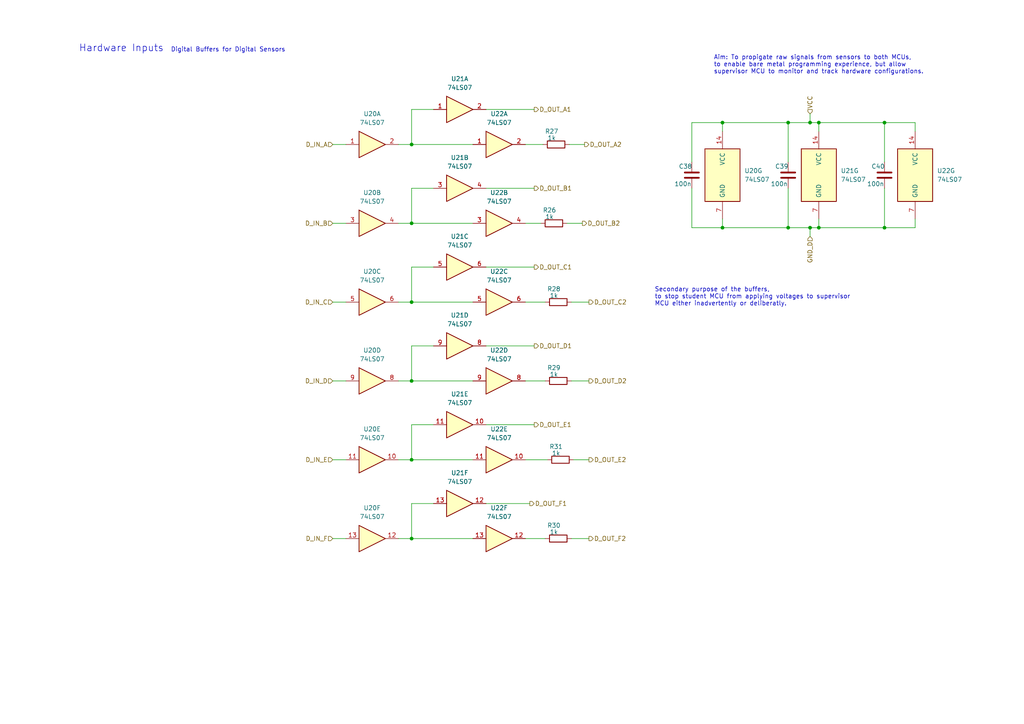
<source format=kicad_sch>
(kicad_sch (version 20230121) (generator eeschema)
  (paper "A4")
  (lib_symbols
    (symbol "000_Capacitor_Film_Immo:cap_film_0805" (pin_numbers hide) (pin_names (offset 0.254))
      (property "Reference" "C" (at 0.635 2.54 0))
      (property "Value" "cap_film_0805" (at 0.635 -2.54 0))
      (symbol "cap_film_0805_0_1"
        (polyline (pts (xy -2.032 -0.762) (xy 2.032 -0.762)) (stroke (width 0.508)))
        (polyline (pts (xy -2.032 0.762) (xy 2.032 0.762)) (stroke (width 0.508)))
      )
      (symbol "cap_film_0805_1_1"
        (pin passive line (at 0 3.81 270) (length 2.794) (name "~") (number "1"))
        (pin passive line (at 0 -3.81 90) (length 2.794) (name "~") (number "2"))
      )
    )
    (symbol "000_Resistors_Immo:Resistor_0805" (pin_numbers hide) (pin_names (offset 0))
      (property "Reference" "R?" (at -2.54 3.81 0))
      (property "Value" "Resistor_0805" (at -5.08 2.54 0))
      (symbol "Resistor_0805_0_1"
        (rectangle (start 2.54 -1.016) (end -2.54 1.016) (stroke (width 0.254)))
      )
      (symbol "Resistor_0805_1_1"
        (pin passive line (at -3.81 0 0) (length 1.27) (name "~") (number "1"))
        (pin passive line (at 3.81 0 180) (length 1.27) (name "~") (number "2"))
      )
    )
    (symbol "74xx:74LS07" (pin_names (offset 1.016))
      (property "Reference" "U" (at 0 1.27 0))
      (property "Value" "74LS07" (at 0 -1.27 0))
      (symbol "74LS07_1_0"
        (polyline (pts (xy -3.81 3.81) (xy -3.81 -3.81) (xy 3.81 0) (xy -3.81 3.81)) (stroke (width 0.254)) (fill (type background)))
        (pin input line (at -7.62 0 0) (length 3.81) (name "~") (number "1"))
        (pin open_collector line (at 7.62 0 180) (length 3.81) (name "~") (number "2"))
      )
      (symbol "74LS07_2_0"
        (polyline (pts (xy -3.81 3.81) (xy -3.81 -3.81) (xy 3.81 0) (xy -3.81 3.81)) (stroke (width 0.254)) (fill (type background)))
        (pin input line (at -7.62 0 0) (length 3.81) (name "~") (number "3"))
        (pin open_collector line (at 7.62 0 180) (length 3.81) (name "~") (number "4"))
      )
      (symbol "74LS07_3_0"
        (polyline (pts (xy -3.81 3.81) (xy -3.81 -3.81) (xy 3.81 0) (xy -3.81 3.81)) (stroke (width 0.254)) (fill (type background)))
        (pin input line (at -7.62 0 0) (length 3.81) (name "~") (number "5"))
        (pin open_collector line (at 7.62 0 180) (length 3.81) (name "~") (number "6"))
      )
      (symbol "74LS07_4_0"
        (polyline (pts (xy -3.81 3.81) (xy -3.81 -3.81) (xy 3.81 0) (xy -3.81 3.81)) (stroke (width 0.254)) (fill (type background)))
        (pin open_collector line (at 7.62 0 180) (length 3.81) (name "~") (number "8"))
        (pin input line (at -7.62 0 0) (length 3.81) (name "~") (number "9"))
      )
      (symbol "74LS07_5_0"
        (polyline (pts (xy -3.81 3.81) (xy -3.81 -3.81) (xy 3.81 0) (xy -3.81 3.81)) (stroke (width 0.254)) (fill (type background)))
        (pin open_collector line (at 7.62 0 180) (length 3.81) (name "~") (number "10"))
        (pin input line (at -7.62 0 0) (length 3.81) (name "~") (number "11"))
      )
      (symbol "74LS07_6_0"
        (polyline (pts (xy -3.81 3.81) (xy -3.81 -3.81) (xy 3.81 0) (xy -3.81 3.81)) (stroke (width 0.254)) (fill (type background)))
        (pin open_collector line (at 7.62 0 180) (length 3.81) (name "~") (number "12"))
        (pin input line (at -7.62 0 0) (length 3.81) (name "~") (number "13"))
      )
      (symbol "74LS07_7_0"
        (pin power_in line (at 0 12.7 270) (length 5.08) (name "VCC") (number "14"))
        (pin power_in line (at 0 -12.7 90) (length 5.08) (name "GND") (number "7"))
      )
      (symbol "74LS07_7_1"
        (rectangle (start -5.08 7.62) (end 5.08 -7.62) (stroke (width 0.254)) (fill (type background)))
      )
    )
  )
  (junction (at 119.38 41.91))
  (junction (at 119.38 87.63))
  (junction (at 119.38 133.35))
  (junction (at 119.38 64.77))
  (junction (at 209.55 66.04))
  (junction (at 237.49 35.56))
  (junction (at 256.54 35.56))
  (junction (at 228.6 35.56))
  (junction (at 119.38 156.21))
  (junction (at 256.54 66.04))
  (junction (at 209.55 35.56))
  (junction (at 234.95 66.04))
  (junction (at 228.6 66.04))
  (junction (at 119.38 110.49))
  (junction (at 234.95 35.56))
  (junction (at 237.49 66.04))
  (wire (pts (xy 119.38 54.61) (xy 119.38 64.77)))
  (wire (pts (xy 125.73 100.33) (xy 119.38 100.33)))
  (wire (pts (xy 256.54 35.56) (xy 256.54 46.99)))
  (wire (pts (xy 125.73 54.61) (xy 119.38 54.61)))
  (wire (pts (xy 137.16 64.77) (xy 119.38 64.77)))
  (wire (pts (xy 140.97 31.75) (xy 154.94 31.75)))
  (wire (pts (xy 125.73 123.19) (xy 119.38 123.19)))
  (wire (pts (xy 152.4 41.91) (xy 157.48 41.91)))
  (wire (pts (xy 228.6 35.56) (xy 228.6 46.99)))
  (wire (pts (xy 200.66 35.56) (xy 200.66 46.99)))
  (wire (pts (xy 209.55 35.56) (xy 200.66 35.56)))
  (wire (pts (xy 237.49 35.56) (xy 256.54 35.56)))
  (wire (pts (xy 96.52 156.21) (xy 100.33 156.21)))
  (wire (pts (xy 228.6 66.04) (xy 234.95 66.04)))
  (wire (pts (xy 237.49 35.56) (xy 237.49 38.1)))
  (wire (pts (xy 234.95 35.56) (xy 237.49 35.56)))
  (wire (pts (xy 234.95 66.04) (xy 237.49 66.04)))
  (wire (pts (xy 256.54 35.56) (xy 265.43 35.56)))
  (wire (pts (xy 237.49 63.5) (xy 237.49 66.04)))
  (wire (pts (xy 209.55 63.5) (xy 209.55 66.04)))
  (wire (pts (xy 119.38 146.05) (xy 119.38 156.21)))
  (wire (pts (xy 140.97 146.05) (xy 153.67 146.05)))
  (wire (pts (xy 96.52 41.91) (xy 100.33 41.91)))
  (wire (pts (xy 152.4 87.63) (xy 158.115 87.63)))
  (wire (pts (xy 164.465 64.77) (xy 168.91 64.77)))
  (wire (pts (xy 165.1 41.91) (xy 169.545 41.91)))
  (wire (pts (xy 265.43 35.56) (xy 265.43 38.1)))
  (wire (pts (xy 119.38 156.21) (xy 137.16 156.21)))
  (wire (pts (xy 140.97 54.61) (xy 154.94 54.61)))
  (wire (pts (xy 234.95 35.56) (xy 228.6 35.56)))
  (wire (pts (xy 228.6 54.61) (xy 228.6 66.04)))
  (wire (pts (xy 115.57 133.35) (xy 119.38 133.35)))
  (wire (pts (xy 265.43 66.04) (xy 265.43 63.5)))
  (wire (pts (xy 137.16 41.91) (xy 119.38 41.91)))
  (wire (pts (xy 200.66 66.04) (xy 209.55 66.04)))
  (wire (pts (xy 96.52 87.63) (xy 100.33 87.63)))
  (wire (pts (xy 152.4 110.49) (xy 158.115 110.49)))
  (wire (pts (xy 119.38 110.49) (xy 137.16 110.49)))
  (wire (pts (xy 152.4 156.21) (xy 158.115 156.21)))
  (wire (pts (xy 256.54 54.61) (xy 256.54 66.04)))
  (wire (pts (xy 96.52 133.35) (xy 100.33 133.35)))
  (wire (pts (xy 234.95 66.04) (xy 234.95 68.58)))
  (wire (pts (xy 237.49 66.04) (xy 256.54 66.04)))
  (wire (pts (xy 209.55 35.56) (xy 209.55 38.1)))
  (wire (pts (xy 115.57 64.77) (xy 119.38 64.77)))
  (wire (pts (xy 209.55 35.56) (xy 228.6 35.56)))
  (wire (pts (xy 234.95 33.02) (xy 234.95 35.56)))
  (wire (pts (xy 119.38 31.75) (xy 119.38 41.91)))
  (wire (pts (xy 96.52 64.77) (xy 100.33 64.77)))
  (wire (pts (xy 115.57 110.49) (xy 119.38 110.49)))
  (wire (pts (xy 165.735 87.63) (xy 170.815 87.63)))
  (wire (pts (xy 125.73 146.05) (xy 119.38 146.05)))
  (wire (pts (xy 209.55 66.04) (xy 228.6 66.04)))
  (wire (pts (xy 125.73 77.47) (xy 119.38 77.47)))
  (wire (pts (xy 119.38 77.47) (xy 119.38 87.63)))
  (wire (pts (xy 152.4 133.35) (xy 158.75 133.35)))
  (wire (pts (xy 166.37 133.35) (xy 170.815 133.35)))
  (wire (pts (xy 96.52 110.49) (xy 100.33 110.49)))
  (wire (pts (xy 119.38 123.19) (xy 119.38 133.35)))
  (wire (pts (xy 140.97 77.47) (xy 154.94 77.47)))
  (wire (pts (xy 140.97 100.33) (xy 154.94 100.33)))
  (wire (pts (xy 165.735 156.21) (xy 170.815 156.21)))
  (wire (pts (xy 125.73 31.75) (xy 119.38 31.75)))
  (wire (pts (xy 119.38 87.63) (xy 137.16 87.63)))
  (wire (pts (xy 115.57 156.21) (xy 119.38 156.21)))
  (wire (pts (xy 256.54 66.04) (xy 265.43 66.04)))
  (wire (pts (xy 119.38 100.33) (xy 119.38 110.49)))
  (wire (pts (xy 115.57 41.91) (xy 119.38 41.91)))
  (wire (pts (xy 119.38 133.35) (xy 137.16 133.35)))
  (wire (pts (xy 152.4 64.77) (xy 156.845 64.77)))
  (wire (pts (xy 165.735 110.49) (xy 170.815 110.49)))
  (wire (pts (xy 115.57 87.63) (xy 119.38 87.63)))
  (wire (pts (xy 140.97 123.19) (xy 154.94 123.19)))
  (wire (pts (xy 200.66 54.61) (xy 200.66 66.04)))
  (text "Hardware Inputs" (at 22.86 15.24 0) (effects (font (size 2 2)) (justify left bottom)))
  (text "Digital Buffers for Digital Sensors" (at 49.53 15.24 0) (effects (font (size 1.27 1.27)) (justify left bottom)))
  (text "Secondary purpose of the buffers,\nto stop student MCU from applying voltages to supervisor \nMCU either inadvertently or deliberatly." (at 189.865 88.9 0) (effects (font (size 1.27 1.27)) (justify left bottom)))
  (text "Aim: To propigate raw signals from sensors to both MCUs, \nto enable bare metal programming experience, but allow\nsupervisor MCU to monitor and track hardware configurations." (at 207.01 21.59 0) (effects (font (size 1.27 1.27)) (justify left bottom)))
  (hierarchical_label "D_OUT_B1" (shape output) (at 154.94 54.61 0))
  (hierarchical_label "D_OUT_E1" (shape output) (at 154.94 123.19 0))
  (hierarchical_label "VCC" (shape input) (at 234.95 33.02 90))
  (hierarchical_label "D_OUT_A2" (shape output) (at 169.545 41.91 0))
  (hierarchical_label "D_OUT_C2" (shape output) (at 170.815 87.63 0))
  (hierarchical_label "GND_D" (shape input) (at 234.95 68.58 270))
  (hierarchical_label "D_OUT_F2" (shape output) (at 170.815 156.21 0))
  (hierarchical_label "D_OUT_F1" (shape output) (at 153.67 146.05 0))
  (hierarchical_label "D_IN_F" (shape input) (at 96.52 156.21 180))
  (hierarchical_label "D_IN_E" (shape input) (at 96.52 133.35 180))
  (hierarchical_label "D_OUT_C1" (shape output) (at 154.94 77.47 0))
  (hierarchical_label "D_OUT_A1" (shape output) (at 154.94 31.75 0))
  (hierarchical_label "D_IN_A" (shape input) (at 96.52 41.91 180))
  (hierarchical_label "D_OUT_B2" (shape output) (at 168.91 64.77 0))
  (hierarchical_label "D_IN_B" (shape input) (at 96.52 64.77 180))
  (hierarchical_label "D_OUT_E2" (shape output) (at 170.815 133.35 0))
  (hierarchical_label "D_IN_C" (shape input) (at 96.52 87.63 180))
  (hierarchical_label "D_OUT_D2" (shape output) (at 170.815 110.49 0))
  (hierarchical_label "D_OUT_D1" (shape output) (at 154.94 100.33 0))
  (hierarchical_label "D_IN_D" (shape input) (at 96.52 110.49 180))
  (symbol (lib_id "000_Resistors_Immo:Resistor_0805") (at 162.56 133.35 180) (unit 1)
    (property "Reference" "R31" (at 161.29 129.54 0))
    (property "Value" "1k" (at 161.29 131.445 0))
    (property "Footprint" "Resistor_SMD:R_0805_2012Metric_Pad1.20x1.40mm_HandSolder" (effects hide))
  )
  (symbol (lib_id "000_Capacitor_Film_Immo:cap_film_0805") (at 228.6 50.8 0) (unit 1)
    (property "Reference" "C39" (at 224.79 48.26 0) (effects (justify left)))
    (property "Value" "100n" (at 223.52 53.34 0) (effects (justify left)))
    (property "Footprint" "Capacitor_SMD:C_0805_2012Metric_Pad1.18x1.45mm_HandSolder" (effects hide))
  )
  (symbol (lib_id "74xx:74LS07") (at 144.78 156.21 0) (unit 6)
    (property "Reference" "U22" (at 144.78 147.32 0))
    (property "Value" "74LS07" (at 144.78 149.86 0))
    (property "Footprint" "Package_SO:SOIC-14_3.9x8.7mm_P1.27mm" (effects hide))
    (property "Datasheet" "www.ti.com/lit/ds/symlink/sn74ls07.pdf" (effects hide))
  )
  (symbol (lib_id "000_Capacitor_Film_Immo:cap_film_0805") (at 256.54 50.8 0) (unit 1)
    (property "Reference" "C40" (at 252.73 48.26 0) (effects (justify left)))
    (property "Value" "100n" (at 251.46 53.34 0) (effects (justify left)))
    (property "Footprint" "Capacitor_SMD:C_0805_2012Metric_Pad1.18x1.45mm_HandSolder" (effects hide))
  )
  (symbol (lib_id "74xx:74LS07") (at 144.78 41.91 0) (unit 1)
    (property "Reference" "U22" (at 144.78 33.02 0))
    (property "Value" "74LS07" (at 144.78 35.56 0))
    (property "Footprint" "Package_SO:SOIC-14_3.9x8.7mm_P1.27mm" (effects hide))
    (property "Datasheet" "www.ti.com/lit/ds/symlink/sn74ls07.pdf" (effects hide))
  )
  (symbol (lib_id "74xx:74LS07") (at 107.95 41.91 0) (unit 1)
    (property "Reference" "U20" (at 107.95 33.02 0))
    (property "Value" "74LS07" (at 107.95 35.56 0))
    (property "Footprint" "Package_SO:SOIC-14_3.9x8.7mm_P1.27mm" (effects hide))
    (property "Datasheet" "www.ti.com/lit/ds/symlink/sn74ls07.pdf" (effects hide))
  )
  (symbol (lib_id "74xx:74LS07") (at 209.55 50.8 0) (unit 7)
    (property "Reference" "U20" (at 215.9 49.5299 0) (effects (justify left)))
    (property "Value" "74LS07" (at 215.9 52.0699 0) (effects (justify left)))
    (property "Footprint" "Package_SO:SOIC-14_3.9x8.7mm_P1.27mm" (effects hide))
    (property "Datasheet" "www.ti.com/lit/ds/symlink/sn74ls07.pdf" (effects hide))
  )
  (symbol (lib_id "000_Capacitor_Film_Immo:cap_film_0805") (at 200.66 50.8 0) (unit 1)
    (property "Reference" "C38" (at 196.85 48.26 0) (effects (justify left)))
    (property "Value" "100n" (at 195.58 53.34 0) (effects (justify left)))
    (property "Footprint" "Capacitor_SMD:C_0805_2012Metric_Pad1.18x1.45mm_HandSolder" (effects hide))
  )
  (symbol (lib_id "000_Resistors_Immo:Resistor_0805") (at 161.925 156.21 180) (unit 1)
    (property "Reference" "R30" (at 160.655 152.4 0))
    (property "Value" "1k" (at 160.655 154.305 0))
    (property "Footprint" "Resistor_SMD:R_0805_2012Metric_Pad1.20x1.40mm_HandSolder" (effects hide))
  )
  (symbol (lib_id "000_Resistors_Immo:Resistor_0805") (at 160.655 64.77 180) (unit 1)
    (property "Reference" "R26" (at 159.385 60.96 0))
    (property "Value" "1k" (at 159.385 62.865 0))
    (property "Footprint" "Resistor_SMD:R_0805_2012Metric_Pad1.20x1.40mm_HandSolder" (effects hide))
  )
  (symbol (lib_id "74xx:74LS07") (at 144.78 64.77 0) (unit 2)
    (property "Reference" "U22" (at 144.78 55.88 0))
    (property "Value" "74LS07" (at 144.78 58.42 0))
    (property "Footprint" "Package_SO:SOIC-14_3.9x8.7mm_P1.27mm" (effects hide))
    (property "Datasheet" "www.ti.com/lit/ds/symlink/sn74ls07.pdf" (effects hide))
  )
  (symbol (lib_id "74xx:74LS07") (at 107.95 133.35 0) (unit 5)
    (property "Reference" "U20" (at 107.95 124.46 0))
    (property "Value" "74LS07" (at 107.95 127 0))
    (property "Footprint" "Package_SO:SOIC-14_3.9x8.7mm_P1.27mm" (effects hide))
    (property "Datasheet" "www.ti.com/lit/ds/symlink/sn74ls07.pdf" (effects hide))
  )
  (symbol (lib_id "74xx:74LS07") (at 133.35 123.19 0) (unit 5)
    (property "Reference" "U21" (at 133.35 114.3 0))
    (property "Value" "74LS07" (at 133.35 116.84 0))
    (property "Footprint" "Package_SO:SOIC-14_3.9x8.7mm_P1.27mm" (effects hide))
    (property "Datasheet" "www.ti.com/lit/ds/symlink/sn74ls07.pdf" (effects hide))
  )
  (symbol (lib_id "74xx:74LS07") (at 133.35 31.75 0) (unit 1)
    (property "Reference" "U21" (at 133.35 22.86 0))
    (property "Value" "74LS07" (at 133.35 25.4 0))
    (property "Footprint" "Package_SO:SOIC-14_3.9x8.7mm_P1.27mm" (effects hide))
    (property "Datasheet" "www.ti.com/lit/ds/symlink/sn74ls07.pdf" (effects hide))
  )
  (symbol (lib_id "000_Resistors_Immo:Resistor_0805") (at 161.925 87.63 180) (unit 1)
    (property "Reference" "R28" (at 160.655 83.82 0))
    (property "Value" "1k" (at 160.655 85.725 0))
    (property "Footprint" "Resistor_SMD:R_0805_2012Metric_Pad1.20x1.40mm_HandSolder" (effects hide))
  )
  (symbol (lib_id "000_Resistors_Immo:Resistor_0805") (at 161.29 41.91 180) (unit 1)
    (property "Reference" "R27" (at 160.02 38.1 0))
    (property "Value" "1k" (at 160.02 40.005 0))
    (property "Footprint" "Resistor_SMD:R_0805_2012Metric_Pad1.20x1.40mm_HandSolder" (effects hide))
  )
  (symbol (lib_id "000_Resistors_Immo:Resistor_0805") (at 161.925 110.49 180) (unit 1)
    (property "Reference" "R29" (at 160.655 106.68 0))
    (property "Value" "1k" (at 160.655 108.585 0))
    (property "Footprint" "Resistor_SMD:R_0805_2012Metric_Pad1.20x1.40mm_HandSolder" (effects hide))
  )
  (symbol (lib_id "74xx:74LS07") (at 144.78 133.35 0) (unit 5)
    (property "Reference" "U22" (at 144.78 124.46 0))
    (property "Value" "74LS07" (at 144.78 127 0))
    (property "Footprint" "Package_SO:SOIC-14_3.9x8.7mm_P1.27mm" (effects hide))
    (property "Datasheet" "www.ti.com/lit/ds/symlink/sn74ls07.pdf" (effects hide))
  )
  (symbol (lib_id "74xx:74LS07") (at 144.78 87.63 0) (unit 3)
    (property "Reference" "U22" (at 144.78 78.74 0))
    (property "Value" "74LS07" (at 144.78 81.28 0))
    (property "Footprint" "Package_SO:SOIC-14_3.9x8.7mm_P1.27mm" (effects hide))
    (property "Datasheet" "www.ti.com/lit/ds/symlink/sn74ls07.pdf" (effects hide))
  )
  (symbol (lib_id "74xx:74LS07") (at 107.95 110.49 0) (unit 4)
    (property "Reference" "U20" (at 107.95 101.6 0))
    (property "Value" "74LS07" (at 107.95 104.14 0))
    (property "Footprint" "Package_SO:SOIC-14_3.9x8.7mm_P1.27mm" (effects hide))
    (property "Datasheet" "www.ti.com/lit/ds/symlink/sn74ls07.pdf" (effects hide))
  )
  (symbol (lib_id "74xx:74LS07") (at 107.95 64.77 0) (unit 2)
    (property "Reference" "U20" (at 107.95 55.88 0))
    (property "Value" "74LS07" (at 107.95 58.42 0))
    (property "Footprint" "Package_SO:SOIC-14_3.9x8.7mm_P1.27mm" (effects hide))
    (property "Datasheet" "www.ti.com/lit/ds/symlink/sn74ls07.pdf" (effects hide))
  )
  (symbol (lib_id "74xx:74LS07") (at 133.35 100.33 0) (unit 4)
    (property "Reference" "U21" (at 133.35 91.44 0))
    (property "Value" "74LS07" (at 133.35 93.98 0))
    (property "Footprint" "Package_SO:SOIC-14_3.9x8.7mm_P1.27mm" (effects hide))
    (property "Datasheet" "www.ti.com/lit/ds/symlink/sn74ls07.pdf" (effects hide))
  )
  (symbol (lib_id "74xx:74LS07") (at 133.35 54.61 0) (unit 2)
    (property "Reference" "U21" (at 133.35 45.72 0))
    (property "Value" "74LS07" (at 133.35 48.26 0))
    (property "Footprint" "Package_SO:SOIC-14_3.9x8.7mm_P1.27mm" (effects hide))
    (property "Datasheet" "www.ti.com/lit/ds/symlink/sn74ls07.pdf" (effects hide))
  )
  (symbol (lib_id "74xx:74LS07") (at 265.43 50.8 0) (unit 7)
    (property "Reference" "U22" (at 271.78 49.5299 0) (effects (justify left)))
    (property "Value" "74LS07" (at 271.78 52.0699 0) (effects (justify left)))
    (property "Footprint" "Package_SO:SOIC-14_3.9x8.7mm_P1.27mm" (effects hide))
    (property "Datasheet" "www.ti.com/lit/ds/symlink/sn74ls07.pdf" (effects hide))
  )
  (symbol (lib_id "74xx:74LS07") (at 107.95 156.21 0) (unit 6)
    (property "Reference" "U20" (at 107.95 147.32 0))
    (property "Value" "74LS07" (at 107.95 149.86 0))
    (property "Footprint" "Package_SO:SOIC-14_3.9x8.7mm_P1.27mm" (effects hide))
    (property "Datasheet" "www.ti.com/lit/ds/symlink/sn74ls07.pdf" (effects hide))
  )
  (symbol (lib_id "74xx:74LS07") (at 133.35 146.05 0) (unit 6)
    (property "Reference" "U21" (at 133.35 137.16 0))
    (property "Value" "74LS07" (at 133.35 139.7 0))
    (property "Footprint" "Package_SO:SOIC-14_3.9x8.7mm_P1.27mm" (effects hide))
    (property "Datasheet" "www.ti.com/lit/ds/symlink/sn74ls07.pdf" (effects hide))
  )
  (symbol (lib_id "74xx:74LS07") (at 133.35 77.47 0) (unit 3)
    (property "Reference" "U21" (at 133.35 68.58 0))
    (property "Value" "74LS07" (at 133.35 71.12 0))
    (property "Footprint" "Package_SO:SOIC-14_3.9x8.7mm_P1.27mm" (effects hide))
    (property "Datasheet" "www.ti.com/lit/ds/symlink/sn74ls07.pdf" (effects hide))
  )
  (symbol (lib_id "74xx:74LS07") (at 144.78 110.49 0) (unit 4)
    (property "Reference" "U22" (at 144.78 101.6 0))
    (property "Value" "74LS07" (at 144.78 104.14 0))
    (property "Footprint" "Package_SO:SOIC-14_3.9x8.7mm_P1.27mm" (effects hide))
    (property "Datasheet" "www.ti.com/lit/ds/symlink/sn74ls07.pdf" (effects hide))
  )
  (symbol (lib_id "74xx:74LS07") (at 237.49 50.8 0) (unit 7)
    (property "Reference" "U21" (at 243.84 49.5299 0) (effects (justify left)))
    (property "Value" "74LS07" (at 243.84 52.07 0) (effects (justify left)))
    (property "Footprint" "Package_SO:SOIC-14_3.9x8.7mm_P1.27mm" (effects hide))
    (property "Datasheet" "www.ti.com/lit/ds/symlink/sn74ls07.pdf" (effects hide))
  )
  (symbol (lib_id "74xx:74LS07") (at 107.95 87.63 0) (unit 3)
    (property "Reference" "U20" (at 107.95 78.74 0))
    (property "Value" "74LS07" (at 107.95 81.28 0))
    (property "Footprint" "Package_SO:SOIC-14_3.9x8.7mm_P1.27mm" (effects hide))
    (property "Datasheet" "www.ti.com/lit/ds/symlink/sn74ls07.pdf" (effects hide))
  )
)
</source>
